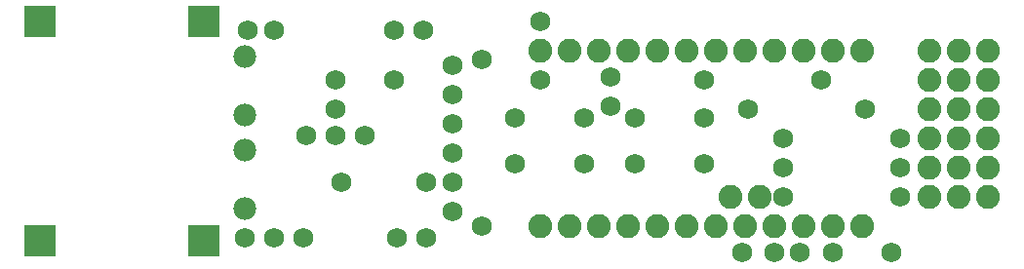
<source format=gts>
G04 ---------------------------- Layer name :TOP SOLDER LAYER*
G04 EasyEDA v5.7.26, Mon, 01 Oct 2018 13:32:53 GMT*
G04 edaa9a1a6b454e79be5b24898f8a718c*
G04 Gerber Generator version 0.2*
G04 Scale: 100 percent, Rotated: No, Reflected: No *
G04 Dimensions in millimeters *
G04 leading zeros omitted , absolute positions ,3 integer and 3 decimal *
%FSLAX33Y33*%
%MOMM*%
G90*
G71D02*

%ADD14C,2.083206*%
%ADD15C,1.727200*%
%ADD16C,1.981200*%
%ADD17C,2.082800*%
%ADD18R,2.743200X2.743200*%

%LPD*%
G54D14*
G01X65024Y7874D03*
G01X62484Y7874D03*
G54D15*
G01X30734Y13208D03*
G01X28194Y13208D03*
G01X25654Y13208D03*
G54D16*
G01X20320Y6858D03*
G01X20320Y11938D03*
G01X20320Y14986D03*
G01X20320Y20066D03*
G54D15*
G01X63500Y3048D03*
G01X68498Y3048D03*
G01X52070Y18288D03*
G01X52070Y15748D03*
G01X49784Y14732D03*
G01X43784Y14732D03*
G01X49784Y10731D03*
G01X43784Y10731D03*
G01X60198Y14732D03*
G01X54198Y14732D03*
G01X60198Y10731D03*
G01X54198Y10731D03*
G54D17*
G01X45974Y5334D03*
G01X48514Y5334D03*
G01X51054Y5334D03*
G01X53594Y5334D03*
G01X56134Y5334D03*
G01X58674Y5334D03*
G01X61214Y5334D03*
G01X63754Y5334D03*
G01X66294Y5334D03*
G01X68834Y5334D03*
G01X71374Y5334D03*
G01X73914Y5334D03*
G01X73914Y20574D03*
G01X71374Y20574D03*
G01X68834Y20574D03*
G01X66294Y20574D03*
G01X63754Y20574D03*
G01X61214Y20574D03*
G01X58674Y20574D03*
G01X56134Y20574D03*
G01X53594Y20574D03*
G01X51054Y20574D03*
G01X48514Y20574D03*
G01X45974Y20574D03*
G54D15*
G01X60198Y18034D03*
G01X70358Y18034D03*
G01X64008Y15494D03*
G01X74168Y15494D03*
G01X67056Y12954D03*
G01X77216Y12954D03*
G01X67056Y10414D03*
G01X77216Y10414D03*
G01X67056Y7874D03*
G01X77216Y7874D03*
G01X66294Y3048D03*
G01X76454Y3048D03*
G54D17*
G01X79756Y20574D03*
G01X82296Y20574D03*
G01X84836Y20574D03*
G01X79756Y18034D03*
G01X82296Y18034D03*
G01X84836Y18034D03*
G01X79756Y15494D03*
G01X82296Y15494D03*
G01X84836Y15494D03*
G01X79756Y12954D03*
G01X82296Y12954D03*
G01X84836Y12954D03*
G01X79756Y10414D03*
G01X82296Y10414D03*
G01X84836Y10414D03*
G01X79756Y7874D03*
G01X82296Y7874D03*
G01X84836Y7874D03*
G54D15*
G01X20574Y22352D03*
G01X22860Y22352D03*
G01X33274Y22352D03*
G01X35814Y22352D03*
G01X20320Y4318D03*
G01X22860Y4318D03*
G01X25400Y4318D03*
G01X33528Y4318D03*
G01X36068Y4318D03*
G54D18*
G01X2540Y4064D03*
G01X16764Y4064D03*
G01X2540Y23114D03*
G01X16764Y23114D03*
G54D15*
G01X38354Y19304D03*
G01X38354Y16764D03*
G01X38354Y14224D03*
G01X38354Y11684D03*
G01X38354Y9144D03*
G01X38354Y6604D03*
G01X28702Y9144D03*
G01X36068Y9144D03*
G01X40894Y5334D03*
G01X45974Y18034D03*
G01X33274Y18034D03*
G01X71374Y3048D03*
G01X45974Y23114D03*
G01X40894Y19812D03*
G01X28194Y18034D03*
G01X28194Y15494D03*
M00*
M02*

</source>
